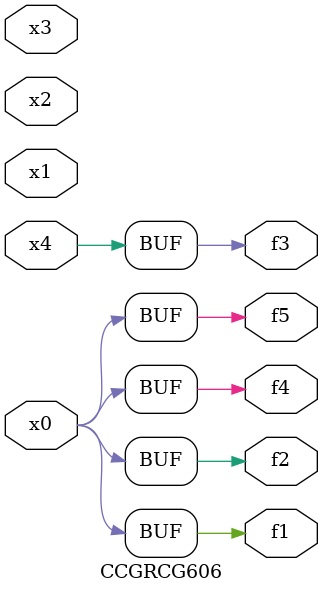
<source format=v>
module CCGRCG606(
	input x0, x1, x2, x3, x4,
	output f1, f2, f3, f4, f5
);
	assign f1 = x0;
	assign f2 = x0;
	assign f3 = x4;
	assign f4 = x0;
	assign f5 = x0;
endmodule

</source>
